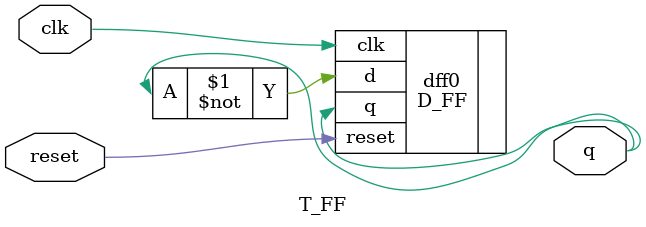
<source format=v>
module T_FF (
    output q,
    input clk,
    input reset
);


D_FF dff0(.q(q), .d(~q), .clk(clk), .reset(reset));
//qbar isn't connected.

endmodule
</source>
